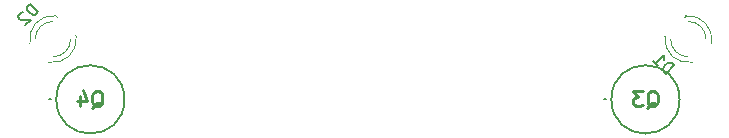
<source format=gbr>
%TF.GenerationSoftware,KiCad,Pcbnew,(5.1.9)-1*%
%TF.CreationDate,2022-05-19T12:20:12-04:00*%
%TF.ProjectId,esp32pcbbot,65737033-3270-4636-9262-6f742e6b6963,rev?*%
%TF.SameCoordinates,Original*%
%TF.FileFunction,Legend,Bot*%
%TF.FilePolarity,Positive*%
%FSLAX46Y46*%
G04 Gerber Fmt 4.6, Leading zero omitted, Abs format (unit mm)*
G04 Created by KiCad (PCBNEW (5.1.9)-1) date 2022-05-19 12:20:12*
%MOMM*%
%LPD*%
G01*
G04 APERTURE LIST*
%ADD10C,0.120000*%
%ADD11C,0.200000*%
%ADD12C,0.150000*%
%ADD13C,0.254000*%
G04 APERTURE END LIST*
D10*
%TO.C,D2*%
X64968736Y-185558614D02*
X65079045Y-185668923D01*
X63331077Y-183920955D02*
X63441386Y-184031264D01*
X63129345Y-187397776D02*
G75*
G03*
X64601720Y-185925630I-27371J1499750D01*
G01*
X61602224Y-185870655D02*
G75*
G02*
X63074370Y-184398280I1499750J-27371D01*
G01*
X62682146Y-187843238D02*
G75*
G03*
X65078703Y-185668581I419828J1945212D01*
G01*
X61156762Y-186317854D02*
G75*
G02*
X63331419Y-183921297I1945212J419828D01*
G01*
%TO.C,D1*%
X116558614Y-184031264D02*
X116668923Y-183920955D01*
X114920955Y-185668923D02*
X115031264Y-185558614D01*
X118397776Y-185870655D02*
G75*
G03*
X116925630Y-184398280I-1499750J-27371D01*
G01*
X116870655Y-187397776D02*
G75*
G02*
X115398280Y-185925630I27371J1499750D01*
G01*
X118843238Y-186317854D02*
G75*
G03*
X116668581Y-183921297I-1945212J419828D01*
G01*
X117317854Y-187843238D02*
G75*
G02*
X114921297Y-185668581I-419828J1945212D01*
G01*
D11*
%TO.C,Q4*%
X62800000Y-191000000D02*
X62800000Y-191000000D01*
X62900000Y-191000000D02*
X62900000Y-191000000D01*
X62800000Y-191000000D02*
X62800000Y-191000000D01*
X69158000Y-191000000D02*
X69158000Y-191000000D01*
X63382000Y-191000000D02*
X63382000Y-191000000D01*
X62900000Y-191000000D02*
G75*
G03*
X62800000Y-191000000I-50000J0D01*
G01*
X62800000Y-191000000D02*
G75*
G03*
X62900000Y-191000000I50000J0D01*
G01*
X62900000Y-191000000D02*
G75*
G03*
X62800000Y-191000000I-50000J0D01*
G01*
X63382000Y-191000000D02*
G75*
G03*
X69158000Y-191000000I2888000J0D01*
G01*
X69158000Y-191000000D02*
G75*
G03*
X63382000Y-191000000I-2888000J0D01*
G01*
%TO.C,Q3*%
X109800000Y-191000000D02*
X109800000Y-191000000D01*
X109900000Y-191000000D02*
X109900000Y-191000000D01*
X109800000Y-191000000D02*
X109800000Y-191000000D01*
X116158000Y-191000000D02*
X116158000Y-191000000D01*
X110382000Y-191000000D02*
X110382000Y-191000000D01*
X109900000Y-191000000D02*
G75*
G03*
X109800000Y-191000000I-50000J0D01*
G01*
X109800000Y-191000000D02*
G75*
G03*
X109900000Y-191000000I50000J0D01*
G01*
X109900000Y-191000000D02*
G75*
G03*
X109800000Y-191000000I-50000J0D01*
G01*
X110382000Y-191000000D02*
G75*
G03*
X116158000Y-191000000I2888000J0D01*
G01*
X116158000Y-191000000D02*
G75*
G03*
X110382000Y-191000000I-2888000J0D01*
G01*
%TO.C,D2*%
D12*
X61850731Y-183602959D02*
X61143625Y-182895852D01*
X60975266Y-183064211D01*
X60907922Y-183198898D01*
X60907922Y-183333585D01*
X60941594Y-183434600D01*
X61042609Y-183602959D01*
X61143625Y-183703974D01*
X61311983Y-183804990D01*
X61412999Y-183838661D01*
X61547686Y-183838661D01*
X61682373Y-183771318D01*
X61850731Y-183602959D01*
X60537533Y-183636631D02*
X60470189Y-183636631D01*
X60369174Y-183670302D01*
X60200815Y-183838661D01*
X60167144Y-183939677D01*
X60167144Y-184007020D01*
X60200815Y-184108035D01*
X60268159Y-184175379D01*
X60402846Y-184242722D01*
X61210968Y-184242722D01*
X60773235Y-184680455D01*
%TO.C,D1*%
X115007020Y-188832855D02*
X115714127Y-188125749D01*
X115545768Y-187957390D01*
X115411081Y-187890046D01*
X115276394Y-187890046D01*
X115175379Y-187923718D01*
X115007020Y-188024733D01*
X114906005Y-188125749D01*
X114804990Y-188294107D01*
X114771318Y-188395123D01*
X114771318Y-188529810D01*
X114838661Y-188664497D01*
X115007020Y-188832855D01*
X113929524Y-187755359D02*
X114333585Y-188159420D01*
X114131554Y-187957390D02*
X114838661Y-187250283D01*
X114804990Y-187418642D01*
X114804990Y-187553329D01*
X114838661Y-187654344D01*
%TO.C,Q4*%
D13*
X66390952Y-191695476D02*
X66511904Y-191635000D01*
X66632857Y-191514047D01*
X66814285Y-191332619D01*
X66935238Y-191272142D01*
X67056190Y-191272142D01*
X66995714Y-191574523D02*
X67116666Y-191514047D01*
X67237619Y-191393095D01*
X67298095Y-191151190D01*
X67298095Y-190727857D01*
X67237619Y-190485952D01*
X67116666Y-190365000D01*
X66995714Y-190304523D01*
X66753809Y-190304523D01*
X66632857Y-190365000D01*
X66511904Y-190485952D01*
X66451428Y-190727857D01*
X66451428Y-191151190D01*
X66511904Y-191393095D01*
X66632857Y-191514047D01*
X66753809Y-191574523D01*
X66995714Y-191574523D01*
X65362857Y-190727857D02*
X65362857Y-191574523D01*
X65665238Y-190244047D02*
X65967619Y-191151190D01*
X65181428Y-191151190D01*
%TO.C,Q3*%
X113390952Y-191695476D02*
X113511904Y-191635000D01*
X113632857Y-191514047D01*
X113814285Y-191332619D01*
X113935238Y-191272142D01*
X114056190Y-191272142D01*
X113995714Y-191574523D02*
X114116666Y-191514047D01*
X114237619Y-191393095D01*
X114298095Y-191151190D01*
X114298095Y-190727857D01*
X114237619Y-190485952D01*
X114116666Y-190365000D01*
X113995714Y-190304523D01*
X113753809Y-190304523D01*
X113632857Y-190365000D01*
X113511904Y-190485952D01*
X113451428Y-190727857D01*
X113451428Y-191151190D01*
X113511904Y-191393095D01*
X113632857Y-191514047D01*
X113753809Y-191574523D01*
X113995714Y-191574523D01*
X113028095Y-190304523D02*
X112241904Y-190304523D01*
X112665238Y-190788333D01*
X112483809Y-190788333D01*
X112362857Y-190848809D01*
X112302380Y-190909285D01*
X112241904Y-191030238D01*
X112241904Y-191332619D01*
X112302380Y-191453571D01*
X112362857Y-191514047D01*
X112483809Y-191574523D01*
X112846666Y-191574523D01*
X112967619Y-191514047D01*
X113028095Y-191453571D01*
%TD*%
M02*

</source>
